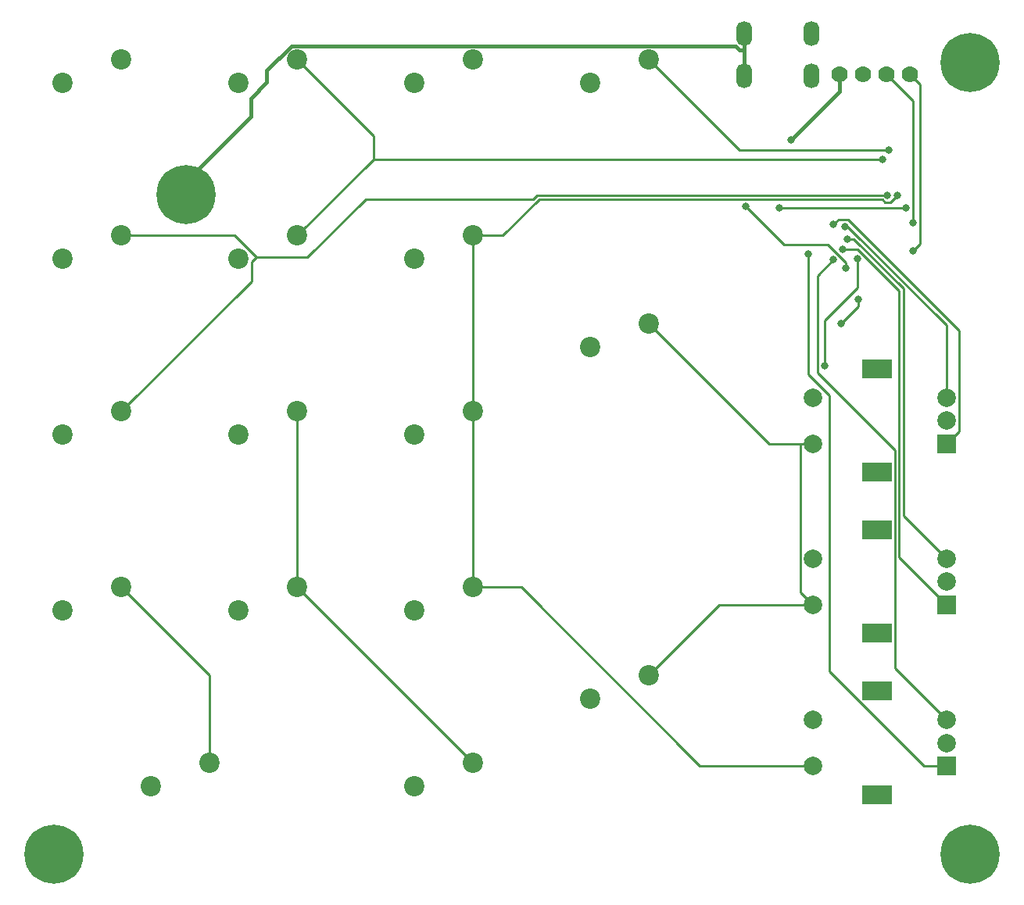
<source format=gtl>
G04 #@! TF.GenerationSoftware,KiCad,Pcbnew,(5.1.4)-1*
G04 #@! TF.CreationDate,2020-08-18T14:14:28-04:00*
G04 #@! TF.ProjectId,my_keyboard,6d795f6b-6579-4626-9f61-72642e6b6963,rev?*
G04 #@! TF.SameCoordinates,Original*
G04 #@! TF.FileFunction,Copper,L1,Top*
G04 #@! TF.FilePolarity,Positive*
%FSLAX46Y46*%
G04 Gerber Fmt 4.6, Leading zero omitted, Abs format (unit mm)*
G04 Created by KiCad (PCBNEW (5.1.4)-1) date 2020-08-18 14:14:28*
%MOMM*%
%LPD*%
G04 APERTURE LIST*
%ADD10C,2.200000*%
%ADD11C,1.778000*%
%ADD12C,2.000000*%
%ADD13R,3.200000X2.000000*%
%ADD14R,2.000000X2.000000*%
%ADD15C,0.800000*%
%ADD16C,6.400000*%
%ADD17O,1.700000X2.700000*%
%ADD18C,0.381000*%
%ADD19C,0.254000*%
G04 APERTURE END LIST*
D10*
X158274000Y-129222000D03*
X164624000Y-126682000D03*
X158274000Y-91122400D03*
X164624000Y-88582400D03*
X110648000Y-138747000D03*
X116998000Y-136207000D03*
D11*
X185261000Y-61594900D03*
X187801000Y-61594900D03*
X190341000Y-61594900D03*
X192881000Y-61594900D03*
D10*
X101124000Y-62547400D03*
X107474000Y-60007400D03*
X107474000Y-79057400D03*
X101124000Y-81597400D03*
X101124000Y-100647400D03*
X107474000Y-98107400D03*
X107474000Y-117157000D03*
X101124000Y-119697000D03*
X126524000Y-60007400D03*
X120174000Y-62547400D03*
X120174000Y-81597400D03*
X126524000Y-79057400D03*
X126524000Y-98107400D03*
X120174000Y-100647400D03*
X120174000Y-119697000D03*
X126524000Y-117157000D03*
X145574000Y-136207000D03*
X139224000Y-138747000D03*
X139224000Y-62547400D03*
X145574000Y-60007400D03*
X145574000Y-79057400D03*
X139224000Y-81597400D03*
X139224000Y-100647400D03*
X145574000Y-98107400D03*
X145574000Y-117157000D03*
X139224000Y-119697000D03*
X164624000Y-60007400D03*
X158274000Y-62547400D03*
D12*
X182350000Y-96600000D03*
X182350000Y-101600000D03*
D13*
X189350000Y-93500000D03*
X189350000Y-104700000D03*
D12*
X196850000Y-96600000D03*
X196850000Y-99100000D03*
D14*
X196850000Y-101600000D03*
X196850000Y-136525000D03*
D12*
X196850000Y-134025000D03*
X196850000Y-131525000D03*
D13*
X189350000Y-139625000D03*
X189350000Y-128425000D03*
D12*
X182350000Y-136525000D03*
X182350000Y-131525000D03*
X182350000Y-114062000D03*
X182350000Y-119062000D03*
D13*
X189350000Y-110962000D03*
X189350000Y-122162000D03*
D12*
X196850000Y-114062000D03*
X196850000Y-116562000D03*
D14*
X196850000Y-119062000D03*
D15*
X201087056Y-58627844D03*
X199390000Y-57924900D03*
X197692944Y-58627844D03*
X196990000Y-60324900D03*
X197692944Y-62021956D03*
X199390000Y-62724900D03*
X201087056Y-62021956D03*
X201790000Y-60324900D03*
D16*
X199390000Y-60324900D03*
X100171000Y-146050000D03*
D15*
X102571000Y-146050000D03*
X101868056Y-147747056D03*
X100171000Y-148450000D03*
X98473944Y-147747056D03*
X97771000Y-146050000D03*
X98473944Y-144352944D03*
X100171000Y-143650000D03*
X101868056Y-144352944D03*
D16*
X114458000Y-74612400D03*
D15*
X116858000Y-74612400D03*
X116155056Y-76309456D03*
X114458000Y-77012400D03*
X112760944Y-76309456D03*
X112058000Y-74612400D03*
X112760944Y-72915344D03*
X114458000Y-72212400D03*
X116155056Y-72915344D03*
X201087056Y-144352944D03*
X199390000Y-143650000D03*
X197692944Y-144352944D03*
X196990000Y-146050000D03*
X197692944Y-147747056D03*
X199390000Y-148450000D03*
X201087056Y-147747056D03*
X201790000Y-146050000D03*
D16*
X199390000Y-146050000D03*
D17*
X174944000Y-61713400D03*
X182244000Y-61713400D03*
X182244000Y-57213400D03*
X174944000Y-57213400D03*
D15*
X190554900Y-69769900D03*
X189889800Y-70799300D03*
X190467400Y-74679100D03*
X193249000Y-80688600D03*
X193221200Y-77661300D03*
X185588200Y-80512800D03*
X186099500Y-79447700D03*
X185867100Y-78055500D03*
X184577500Y-77857700D03*
X184597900Y-81689000D03*
X181845300Y-81076500D03*
X179979000Y-68714500D03*
X178731000Y-76025700D03*
X192445700Y-76025700D03*
X185965500Y-82558300D03*
X175072000Y-75861000D03*
X187312000Y-85975500D03*
X185426900Y-88632500D03*
X187210100Y-81528200D03*
X183662000Y-93198600D03*
X191485700Y-74737100D03*
D18*
X196990000Y-60324900D02*
X197692900Y-59622000D01*
X197692900Y-59622000D02*
X197692900Y-58627800D01*
X198687100Y-147747100D02*
X199390000Y-148450000D01*
X197692900Y-147747100D02*
X198687100Y-147747100D01*
X198687100Y-147747100D02*
X198687100Y-146752900D01*
X198687100Y-146752900D02*
X199390000Y-146050000D01*
X199390000Y-62724900D02*
X198395800Y-62724900D01*
X198395800Y-62724900D02*
X197692900Y-62022000D01*
X201087100Y-62022000D02*
X200384200Y-62724900D01*
X200384200Y-62724900D02*
X199390000Y-62724900D01*
X174944000Y-58954200D02*
X174944000Y-61713400D01*
X115452200Y-72212400D02*
X121501500Y-66163100D01*
X121501500Y-66163100D02*
X121501500Y-64188600D01*
X121501500Y-64188600D02*
X123239800Y-62450300D01*
X123239800Y-62450300D02*
X123239800Y-61182500D01*
X123239800Y-61182500D02*
X125922400Y-58499900D01*
X125922400Y-58499900D02*
X173975700Y-58499900D01*
X173975700Y-58499900D02*
X174430000Y-58954200D01*
X174430000Y-58954200D02*
X174944000Y-58954200D01*
X113463800Y-72915300D02*
X113755100Y-72915300D01*
X113755100Y-72915300D02*
X114458000Y-72212400D01*
X112760900Y-72915300D02*
X113463800Y-72915300D01*
X113463800Y-72915300D02*
X113463800Y-74612400D01*
X113463800Y-74612400D02*
X112760900Y-75315300D01*
X114458000Y-74612400D02*
X113463800Y-74612400D01*
X112760900Y-75315300D02*
X112760900Y-76309500D01*
X112058000Y-74612400D02*
X112760900Y-75315300D01*
X100171000Y-146050000D02*
X99176800Y-146050000D01*
X99176800Y-146050000D02*
X98473900Y-146752900D01*
X98473900Y-146752900D02*
X98473900Y-147747100D01*
X97771000Y-146050000D02*
X98473900Y-146752900D01*
X115452200Y-72212400D02*
X116155100Y-72915300D01*
X114458000Y-72212400D02*
X115452200Y-72212400D01*
X174944000Y-57213400D02*
X174944000Y-58954200D01*
X199390000Y-57924900D02*
X198395800Y-57924900D01*
X198395800Y-57924900D02*
X197692900Y-58627800D01*
X199390000Y-143650000D02*
X198395800Y-143650000D01*
X198395800Y-143650000D02*
X197692900Y-144352900D01*
X199390000Y-148450000D02*
X200384200Y-148450000D01*
X200384200Y-148450000D02*
X201087100Y-147747100D01*
X100171000Y-148450000D02*
X99176800Y-148450000D01*
X99176800Y-148450000D02*
X98473900Y-147747100D01*
X100171000Y-143650000D02*
X101165200Y-143650000D01*
X101165200Y-143650000D02*
X101868100Y-144352900D01*
D19*
X181004700Y-101600000D02*
X177641600Y-101600000D01*
X177641600Y-101600000D02*
X164624000Y-88582400D01*
X182350000Y-101600000D02*
X181004700Y-101600000D01*
X181004700Y-101600000D02*
X181004700Y-117716700D01*
X181004700Y-117716700D02*
X182350000Y-119062000D01*
X182350000Y-119062000D02*
X172244000Y-119062000D01*
X172244000Y-119062000D02*
X164624000Y-126682000D01*
X164624000Y-60007400D02*
X174386500Y-69769900D01*
X174386500Y-69769900D02*
X190554900Y-69769900D01*
X134782100Y-70799300D02*
X126524000Y-79057400D01*
X189889800Y-70799300D02*
X134782100Y-70799300D01*
X134782100Y-70799300D02*
X134782100Y-68265500D01*
X134782100Y-68265500D02*
X126524000Y-60007400D01*
X126524000Y-98107400D02*
X126524000Y-117157000D01*
X145574000Y-136207000D02*
X126524000Y-117157000D01*
X122083800Y-81431900D02*
X127636000Y-81431900D01*
X127636000Y-81431900D02*
X133934500Y-75133400D01*
X133934500Y-75133400D02*
X152072000Y-75133400D01*
X152072000Y-75133400D02*
X152526300Y-74679100D01*
X152526300Y-74679100D02*
X190467400Y-74679100D01*
X122083800Y-81431900D02*
X119709200Y-79057400D01*
X119709200Y-79057400D02*
X107474000Y-79057400D01*
X107474000Y-98107400D02*
X121601400Y-83980000D01*
X121601400Y-83980000D02*
X121601400Y-81914300D01*
X121601400Y-81914300D02*
X122083800Y-81431900D01*
X107474000Y-117157000D02*
X116998000Y-126681000D01*
X116998000Y-126681000D02*
X116998000Y-136207000D01*
X193249000Y-80688600D02*
X193952400Y-79985200D01*
X193952400Y-79985200D02*
X193952400Y-62666300D01*
X193952400Y-62666300D02*
X192881000Y-61594900D01*
X190341000Y-61594900D02*
X193221200Y-64475100D01*
X193221200Y-64475100D02*
X193221200Y-77661300D01*
X185588200Y-80512800D02*
X187224400Y-80512800D01*
X187224400Y-80512800D02*
X191731800Y-85020200D01*
X191731800Y-85020200D02*
X191731800Y-113943800D01*
X191731800Y-113943800D02*
X196850000Y-119062000D01*
X196850000Y-114062000D02*
X192186200Y-109398200D01*
X192186200Y-109398200D02*
X192186200Y-84820200D01*
X192186200Y-84820200D02*
X186813700Y-79447700D01*
X186813700Y-79447700D02*
X186099500Y-79447700D01*
X196850000Y-96600000D02*
X196850000Y-88770700D01*
X196850000Y-88770700D02*
X186134800Y-78055500D01*
X186134800Y-78055500D02*
X185867100Y-78055500D01*
X196850000Y-101600000D02*
X198214300Y-100235700D01*
X198214300Y-100235700D02*
X198214300Y-89337700D01*
X198214300Y-89337700D02*
X186175800Y-77299200D01*
X186175800Y-77299200D02*
X185136000Y-77299200D01*
X185136000Y-77299200D02*
X184577500Y-77857700D01*
X184597900Y-81689000D02*
X182881600Y-83405300D01*
X182881600Y-83405300D02*
X182881600Y-93896600D01*
X182881600Y-93896600D02*
X191277400Y-102292400D01*
X191277400Y-102292400D02*
X191277400Y-125952400D01*
X191277400Y-125952400D02*
X196850000Y-131525000D01*
X196850000Y-136525000D02*
X194375000Y-136525000D01*
X194375000Y-136525000D02*
X184131700Y-126281700D01*
X184131700Y-126281700D02*
X184131700Y-96370500D01*
X184131700Y-96370500D02*
X181845300Y-94084100D01*
X181845300Y-94084100D02*
X181845300Y-81076500D01*
D18*
X185261000Y-61594900D02*
X185261000Y-63432500D01*
X185261000Y-63432500D02*
X179979000Y-68714500D01*
D19*
X178731000Y-76025700D02*
X192445700Y-76025700D01*
X175072000Y-75861000D02*
X179230400Y-80019400D01*
X179230400Y-80019400D02*
X184015200Y-80019400D01*
X184015200Y-80019400D02*
X185965500Y-81969700D01*
X185965500Y-81969700D02*
X185965500Y-82558300D01*
X185426900Y-88632500D02*
X187312000Y-86747400D01*
X187312000Y-86747400D02*
X187312000Y-85975500D01*
X183662000Y-93198600D02*
X183662000Y-88234900D01*
X183662000Y-88234900D02*
X187210100Y-84686800D01*
X187210100Y-84686800D02*
X187210100Y-81528200D01*
X145574000Y-79057400D02*
X148790600Y-79057400D01*
X148790600Y-79057400D02*
X152714500Y-75133500D01*
X152714500Y-75133500D02*
X189893200Y-75133500D01*
X189893200Y-75133500D02*
X190190000Y-75430300D01*
X190190000Y-75430300D02*
X190792500Y-75430300D01*
X190792500Y-75430300D02*
X191485700Y-74737100D01*
X145574000Y-117157000D02*
X150770600Y-117157000D01*
X150770600Y-117157000D02*
X170138600Y-136525000D01*
X170138600Y-136525000D02*
X182350000Y-136525000D01*
X145574000Y-117157000D02*
X145574000Y-98107400D01*
X145574000Y-98107400D02*
X145574000Y-79057400D01*
M02*

</source>
